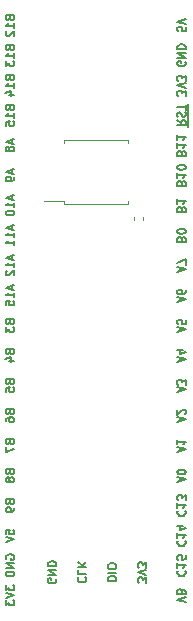
<source format=gbr>
%TF.GenerationSoftware,KiCad,Pcbnew,6.0.11-2627ca5db0~126~ubuntu20.04.1*%
%TF.CreationDate,2023-02-28T16:59:55+07:00*%
%TF.ProjectId,Bluepill-USB-C,426c7565-7069-46c6-9c2d-5553422d432e,rev?*%
%TF.SameCoordinates,Original*%
%TF.FileFunction,Legend,Bot*%
%TF.FilePolarity,Positive*%
%FSLAX46Y46*%
G04 Gerber Fmt 4.6, Leading zero omitted, Abs format (unit mm)*
G04 Created by KiCad (PCBNEW 6.0.11-2627ca5db0~126~ubuntu20.04.1) date 2023-02-28 16:59:55*
%MOMM*%
%LPD*%
G01*
G04 APERTURE LIST*
%ADD10C,0.150000*%
%ADD11C,0.120000*%
G04 APERTURE END LIST*
D10*
X157233333Y-109730000D02*
X157233333Y-109396666D01*
X157033333Y-109796666D02*
X157733333Y-109563333D01*
X157033333Y-109330000D01*
X157733333Y-109163333D02*
X157733333Y-108730000D01*
X157466666Y-108963333D01*
X157466666Y-108863333D01*
X157433333Y-108796666D01*
X157400000Y-108763333D01*
X157333333Y-108730000D01*
X157166666Y-108730000D01*
X157100000Y-108763333D01*
X157066666Y-108796666D01*
X157033333Y-108863333D01*
X157033333Y-109063333D01*
X157066666Y-109130000D01*
X157100000Y-109163333D01*
X143016666Y-90950000D02*
X143016666Y-91283333D01*
X143216666Y-90883333D02*
X142516666Y-91116666D01*
X143216666Y-91350000D01*
X143216666Y-91616666D02*
X143216666Y-91750000D01*
X143183333Y-91816666D01*
X143150000Y-91850000D01*
X143050000Y-91916666D01*
X142916666Y-91950000D01*
X142650000Y-91950000D01*
X142583333Y-91916666D01*
X142550000Y-91883333D01*
X142516666Y-91816666D01*
X142516666Y-91683333D01*
X142550000Y-91616666D01*
X142583333Y-91583333D01*
X142650000Y-91550000D01*
X142816666Y-91550000D01*
X142883333Y-91583333D01*
X142916666Y-91616666D01*
X142950000Y-91683333D01*
X142950000Y-91816666D01*
X142916666Y-91883333D01*
X142883333Y-91916666D01*
X142816666Y-91950000D01*
X157733333Y-78883333D02*
X157733333Y-79216666D01*
X157400000Y-79250000D01*
X157433333Y-79216666D01*
X157466666Y-79150000D01*
X157466666Y-78983333D01*
X157433333Y-78916666D01*
X157400000Y-78883333D01*
X157333333Y-78850000D01*
X157166666Y-78850000D01*
X157100000Y-78883333D01*
X157066666Y-78916666D01*
X157033333Y-78983333D01*
X157033333Y-79150000D01*
X157066666Y-79216666D01*
X157100000Y-79250000D01*
X157733333Y-78650000D02*
X157033333Y-78416666D01*
X157733333Y-78183333D01*
X148670000Y-125466666D02*
X148636666Y-125500000D01*
X148603333Y-125600000D01*
X148603333Y-125666666D01*
X148636666Y-125766666D01*
X148703333Y-125833333D01*
X148770000Y-125866666D01*
X148903333Y-125900000D01*
X149003333Y-125900000D01*
X149136666Y-125866666D01*
X149203333Y-125833333D01*
X149270000Y-125766666D01*
X149303333Y-125666666D01*
X149303333Y-125600000D01*
X149270000Y-125500000D01*
X149236666Y-125466666D01*
X148603333Y-124833333D02*
X148603333Y-125166666D01*
X149303333Y-125166666D01*
X148603333Y-124600000D02*
X149303333Y-124600000D01*
X148603333Y-124200000D02*
X149003333Y-124500000D01*
X149303333Y-124200000D02*
X148903333Y-124600000D01*
X154383333Y-125916666D02*
X154383333Y-125483333D01*
X154116666Y-125716666D01*
X154116666Y-125616666D01*
X154083333Y-125550000D01*
X154050000Y-125516666D01*
X153983333Y-125483333D01*
X153816666Y-125483333D01*
X153750000Y-125516666D01*
X153716666Y-125550000D01*
X153683333Y-125616666D01*
X153683333Y-125816666D01*
X153716666Y-125883333D01*
X153750000Y-125916666D01*
X154383333Y-125283333D02*
X153683333Y-125050000D01*
X154383333Y-124816666D01*
X154383333Y-124650000D02*
X154383333Y-124216666D01*
X154116666Y-124450000D01*
X154116666Y-124350000D01*
X154083333Y-124283333D01*
X154050000Y-124250000D01*
X153983333Y-124216666D01*
X153816666Y-124216666D01*
X153750000Y-124250000D01*
X153716666Y-124283333D01*
X153683333Y-124350000D01*
X153683333Y-124550000D01*
X153716666Y-124616666D01*
X153750000Y-124650000D01*
X142550000Y-123936666D02*
X142516666Y-123870000D01*
X142516666Y-123770000D01*
X142550000Y-123670000D01*
X142616666Y-123603333D01*
X142683333Y-123570000D01*
X142816666Y-123536666D01*
X142916666Y-123536666D01*
X143050000Y-123570000D01*
X143116666Y-123603333D01*
X143183333Y-123670000D01*
X143216666Y-123770000D01*
X143216666Y-123836666D01*
X143183333Y-123936666D01*
X143150000Y-123970000D01*
X142916666Y-123970000D01*
X142916666Y-123836666D01*
X143216666Y-124270000D02*
X142516666Y-124270000D01*
X143216666Y-124670000D01*
X142516666Y-124670000D01*
X143216666Y-125003333D02*
X142516666Y-125003333D01*
X142516666Y-125170000D01*
X142550000Y-125270000D01*
X142616666Y-125336666D01*
X142683333Y-125370000D01*
X142816666Y-125403333D01*
X142916666Y-125403333D01*
X143050000Y-125370000D01*
X143116666Y-125336666D01*
X143183333Y-125270000D01*
X143216666Y-125170000D01*
X143216666Y-125003333D01*
X157400000Y-89526666D02*
X157366666Y-89426666D01*
X157333333Y-89393333D01*
X157266666Y-89360000D01*
X157166666Y-89360000D01*
X157100000Y-89393333D01*
X157066666Y-89426666D01*
X157033333Y-89493333D01*
X157033333Y-89760000D01*
X157733333Y-89760000D01*
X157733333Y-89526666D01*
X157700000Y-89460000D01*
X157666666Y-89426666D01*
X157600000Y-89393333D01*
X157533333Y-89393333D01*
X157466666Y-89426666D01*
X157433333Y-89460000D01*
X157400000Y-89526666D01*
X157400000Y-89760000D01*
X157033333Y-88693333D02*
X157033333Y-89093333D01*
X157033333Y-88893333D02*
X157733333Y-88893333D01*
X157633333Y-88960000D01*
X157566666Y-89026666D01*
X157533333Y-89093333D01*
X157033333Y-88026666D02*
X157033333Y-88426666D01*
X157033333Y-88226666D02*
X157733333Y-88226666D01*
X157633333Y-88293333D01*
X157566666Y-88360000D01*
X157533333Y-88426666D01*
X146730000Y-125583333D02*
X146763333Y-125650000D01*
X146763333Y-125750000D01*
X146730000Y-125850000D01*
X146663333Y-125916666D01*
X146596666Y-125950000D01*
X146463333Y-125983333D01*
X146363333Y-125983333D01*
X146230000Y-125950000D01*
X146163333Y-125916666D01*
X146096666Y-125850000D01*
X146063333Y-125750000D01*
X146063333Y-125683333D01*
X146096666Y-125583333D01*
X146130000Y-125550000D01*
X146363333Y-125550000D01*
X146363333Y-125683333D01*
X146063333Y-125250000D02*
X146763333Y-125250000D01*
X146063333Y-124850000D01*
X146763333Y-124850000D01*
X146063333Y-124516666D02*
X146763333Y-124516666D01*
X146763333Y-124350000D01*
X146730000Y-124250000D01*
X146663333Y-124183333D01*
X146596666Y-124150000D01*
X146463333Y-124116666D01*
X146363333Y-124116666D01*
X146230000Y-124150000D01*
X146163333Y-124183333D01*
X146096666Y-124250000D01*
X146063333Y-124350000D01*
X146063333Y-124516666D01*
X157233333Y-104650000D02*
X157233333Y-104316666D01*
X157033333Y-104716666D02*
X157733333Y-104483333D01*
X157033333Y-104250000D01*
X157733333Y-103683333D02*
X157733333Y-104016666D01*
X157400000Y-104050000D01*
X157433333Y-104016666D01*
X157466666Y-103950000D01*
X157466666Y-103783333D01*
X157433333Y-103716666D01*
X157400000Y-103683333D01*
X157333333Y-103650000D01*
X157166666Y-103650000D01*
X157100000Y-103683333D01*
X157066666Y-103716666D01*
X157033333Y-103783333D01*
X157033333Y-103950000D01*
X157066666Y-104016666D01*
X157100000Y-104050000D01*
X143016666Y-88410000D02*
X143016666Y-88743333D01*
X143216666Y-88343333D02*
X142516666Y-88576666D01*
X143216666Y-88810000D01*
X142816666Y-89143333D02*
X142783333Y-89076666D01*
X142750000Y-89043333D01*
X142683333Y-89010000D01*
X142650000Y-89010000D01*
X142583333Y-89043333D01*
X142550000Y-89076666D01*
X142516666Y-89143333D01*
X142516666Y-89276666D01*
X142550000Y-89343333D01*
X142583333Y-89376666D01*
X142650000Y-89410000D01*
X142683333Y-89410000D01*
X142750000Y-89376666D01*
X142783333Y-89343333D01*
X142816666Y-89276666D01*
X142816666Y-89143333D01*
X142850000Y-89076666D01*
X142883333Y-89043333D01*
X142950000Y-89010000D01*
X143083333Y-89010000D01*
X143150000Y-89043333D01*
X143183333Y-89076666D01*
X143216666Y-89143333D01*
X143216666Y-89276666D01*
X143183333Y-89343333D01*
X143150000Y-89376666D01*
X143083333Y-89410000D01*
X142950000Y-89410000D01*
X142883333Y-89376666D01*
X142850000Y-89343333D01*
X142816666Y-89276666D01*
X157100000Y-119840000D02*
X157066666Y-119873333D01*
X157033333Y-119973333D01*
X157033333Y-120040000D01*
X157066666Y-120140000D01*
X157133333Y-120206666D01*
X157200000Y-120240000D01*
X157333333Y-120273333D01*
X157433333Y-120273333D01*
X157566666Y-120240000D01*
X157633333Y-120206666D01*
X157700000Y-120140000D01*
X157733333Y-120040000D01*
X157733333Y-119973333D01*
X157700000Y-119873333D01*
X157666666Y-119840000D01*
X157033333Y-119173333D02*
X157033333Y-119573333D01*
X157033333Y-119373333D02*
X157733333Y-119373333D01*
X157633333Y-119440000D01*
X157566666Y-119506666D01*
X157533333Y-119573333D01*
X157733333Y-118940000D02*
X157733333Y-118506666D01*
X157466666Y-118740000D01*
X157466666Y-118640000D01*
X157433333Y-118573333D01*
X157400000Y-118540000D01*
X157333333Y-118506666D01*
X157166666Y-118506666D01*
X157100000Y-118540000D01*
X157066666Y-118573333D01*
X157033333Y-118640000D01*
X157033333Y-118840000D01*
X157066666Y-118906666D01*
X157100000Y-118940000D01*
X157233333Y-117350000D02*
X157233333Y-117016666D01*
X157033333Y-117416666D02*
X157733333Y-117183333D01*
X157033333Y-116950000D01*
X157733333Y-116583333D02*
X157733333Y-116516666D01*
X157700000Y-116450000D01*
X157666666Y-116416666D01*
X157600000Y-116383333D01*
X157466666Y-116350000D01*
X157300000Y-116350000D01*
X157166666Y-116383333D01*
X157100000Y-116416666D01*
X157066666Y-116450000D01*
X157033333Y-116516666D01*
X157033333Y-116583333D01*
X157066666Y-116650000D01*
X157100000Y-116683333D01*
X157166666Y-116716666D01*
X157300000Y-116750000D01*
X157466666Y-116750000D01*
X157600000Y-116716666D01*
X157666666Y-116683333D01*
X157700000Y-116650000D01*
X157733333Y-116583333D01*
X142850000Y-78133333D02*
X142883333Y-78233333D01*
X142916666Y-78266666D01*
X142983333Y-78300000D01*
X143083333Y-78300000D01*
X143150000Y-78266666D01*
X143183333Y-78233333D01*
X143216666Y-78166666D01*
X143216666Y-77900000D01*
X142516666Y-77900000D01*
X142516666Y-78133333D01*
X142550000Y-78200000D01*
X142583333Y-78233333D01*
X142650000Y-78266666D01*
X142716666Y-78266666D01*
X142783333Y-78233333D01*
X142816666Y-78200000D01*
X142850000Y-78133333D01*
X142850000Y-77900000D01*
X143216666Y-78966666D02*
X143216666Y-78566666D01*
X143216666Y-78766666D02*
X142516666Y-78766666D01*
X142616666Y-78700000D01*
X142683333Y-78633333D01*
X142716666Y-78566666D01*
X142583333Y-79233333D02*
X142550000Y-79266666D01*
X142516666Y-79333333D01*
X142516666Y-79500000D01*
X142550000Y-79566666D01*
X142583333Y-79600000D01*
X142650000Y-79633333D01*
X142716666Y-79633333D01*
X142816666Y-79600000D01*
X143216666Y-79200000D01*
X143216666Y-79633333D01*
X157400000Y-92066666D02*
X157366666Y-91966666D01*
X157333333Y-91933333D01*
X157266666Y-91900000D01*
X157166666Y-91900000D01*
X157100000Y-91933333D01*
X157066666Y-91966666D01*
X157033333Y-92033333D01*
X157033333Y-92300000D01*
X157733333Y-92300000D01*
X157733333Y-92066666D01*
X157700000Y-92000000D01*
X157666666Y-91966666D01*
X157600000Y-91933333D01*
X157533333Y-91933333D01*
X157466666Y-91966666D01*
X157433333Y-92000000D01*
X157400000Y-92066666D01*
X157400000Y-92300000D01*
X157033333Y-91233333D02*
X157033333Y-91633333D01*
X157033333Y-91433333D02*
X157733333Y-91433333D01*
X157633333Y-91500000D01*
X157566666Y-91566666D01*
X157533333Y-91633333D01*
X157733333Y-90800000D02*
X157733333Y-90733333D01*
X157700000Y-90666666D01*
X157666666Y-90633333D01*
X157600000Y-90600000D01*
X157466666Y-90566666D01*
X157300000Y-90566666D01*
X157166666Y-90600000D01*
X157100000Y-90633333D01*
X157066666Y-90666666D01*
X157033333Y-90733333D01*
X157033333Y-90800000D01*
X157066666Y-90866666D01*
X157100000Y-90900000D01*
X157166666Y-90933333D01*
X157300000Y-90966666D01*
X157466666Y-90966666D01*
X157600000Y-90933333D01*
X157666666Y-90900000D01*
X157700000Y-90866666D01*
X157733333Y-90800000D01*
X143016666Y-95696666D02*
X143016666Y-96030000D01*
X143216666Y-95630000D02*
X142516666Y-95863333D01*
X143216666Y-96096666D01*
X143216666Y-96696666D02*
X143216666Y-96296666D01*
X143216666Y-96496666D02*
X142516666Y-96496666D01*
X142616666Y-96430000D01*
X142683333Y-96363333D01*
X142716666Y-96296666D01*
X143216666Y-97363333D02*
X143216666Y-96963333D01*
X143216666Y-97163333D02*
X142516666Y-97163333D01*
X142616666Y-97096666D01*
X142683333Y-97030000D01*
X142716666Y-96963333D01*
X151143333Y-125766666D02*
X151843333Y-125766666D01*
X151843333Y-125600000D01*
X151810000Y-125500000D01*
X151743333Y-125433333D01*
X151676666Y-125400000D01*
X151543333Y-125366666D01*
X151443333Y-125366666D01*
X151310000Y-125400000D01*
X151243333Y-125433333D01*
X151176666Y-125500000D01*
X151143333Y-125600000D01*
X151143333Y-125766666D01*
X151143333Y-125066666D02*
X151843333Y-125066666D01*
X151843333Y-124600000D02*
X151843333Y-124466666D01*
X151810000Y-124400000D01*
X151743333Y-124333333D01*
X151610000Y-124300000D01*
X151376666Y-124300000D01*
X151243333Y-124333333D01*
X151176666Y-124400000D01*
X151143333Y-124466666D01*
X151143333Y-124600000D01*
X151176666Y-124666666D01*
X151243333Y-124733333D01*
X151376666Y-124766666D01*
X151610000Y-124766666D01*
X151743333Y-124733333D01*
X151810000Y-124666666D01*
X151843333Y-124600000D01*
X143016666Y-98236666D02*
X143016666Y-98570000D01*
X143216666Y-98170000D02*
X142516666Y-98403333D01*
X143216666Y-98636666D01*
X143216666Y-99236666D02*
X143216666Y-98836666D01*
X143216666Y-99036666D02*
X142516666Y-99036666D01*
X142616666Y-98970000D01*
X142683333Y-98903333D01*
X142716666Y-98836666D01*
X142583333Y-99503333D02*
X142550000Y-99536666D01*
X142516666Y-99603333D01*
X142516666Y-99770000D01*
X142550000Y-99836666D01*
X142583333Y-99870000D01*
X142650000Y-99903333D01*
X142716666Y-99903333D01*
X142816666Y-99870000D01*
X143216666Y-99470000D01*
X143216666Y-99903333D01*
X142850000Y-108946666D02*
X142883333Y-109046666D01*
X142916666Y-109080000D01*
X142983333Y-109113333D01*
X143083333Y-109113333D01*
X143150000Y-109080000D01*
X143183333Y-109046666D01*
X143216666Y-108980000D01*
X143216666Y-108713333D01*
X142516666Y-108713333D01*
X142516666Y-108946666D01*
X142550000Y-109013333D01*
X142583333Y-109046666D01*
X142650000Y-109080000D01*
X142716666Y-109080000D01*
X142783333Y-109046666D01*
X142816666Y-109013333D01*
X142850000Y-108946666D01*
X142850000Y-108713333D01*
X142516666Y-109746666D02*
X142516666Y-109413333D01*
X142850000Y-109380000D01*
X142816666Y-109413333D01*
X142783333Y-109480000D01*
X142783333Y-109646666D01*
X142816666Y-109713333D01*
X142850000Y-109746666D01*
X142916666Y-109780000D01*
X143083333Y-109780000D01*
X143150000Y-109746666D01*
X143183333Y-109713333D01*
X143216666Y-109646666D01*
X143216666Y-109480000D01*
X143183333Y-109413333D01*
X143150000Y-109380000D01*
X142850000Y-111486666D02*
X142883333Y-111586666D01*
X142916666Y-111620000D01*
X142983333Y-111653333D01*
X143083333Y-111653333D01*
X143150000Y-111620000D01*
X143183333Y-111586666D01*
X143216666Y-111520000D01*
X143216666Y-111253333D01*
X142516666Y-111253333D01*
X142516666Y-111486666D01*
X142550000Y-111553333D01*
X142583333Y-111586666D01*
X142650000Y-111620000D01*
X142716666Y-111620000D01*
X142783333Y-111586666D01*
X142816666Y-111553333D01*
X142850000Y-111486666D01*
X142850000Y-111253333D01*
X142516666Y-112253333D02*
X142516666Y-112120000D01*
X142550000Y-112053333D01*
X142583333Y-112020000D01*
X142683333Y-111953333D01*
X142816666Y-111920000D01*
X143083333Y-111920000D01*
X143150000Y-111953333D01*
X143183333Y-111986666D01*
X143216666Y-112053333D01*
X143216666Y-112186666D01*
X143183333Y-112253333D01*
X143150000Y-112286666D01*
X143083333Y-112320000D01*
X142916666Y-112320000D01*
X142850000Y-112286666D01*
X142816666Y-112253333D01*
X142783333Y-112186666D01*
X142783333Y-112053333D01*
X142816666Y-111986666D01*
X142850000Y-111953333D01*
X142916666Y-111920000D01*
X157733333Y-84696666D02*
X157733333Y-84263333D01*
X157466666Y-84496666D01*
X157466666Y-84396666D01*
X157433333Y-84330000D01*
X157400000Y-84296666D01*
X157333333Y-84263333D01*
X157166666Y-84263333D01*
X157100000Y-84296666D01*
X157066666Y-84330000D01*
X157033333Y-84396666D01*
X157033333Y-84596666D01*
X157066666Y-84663333D01*
X157100000Y-84696666D01*
X157733333Y-84063333D02*
X157033333Y-83830000D01*
X157733333Y-83596666D01*
X157733333Y-83430000D02*
X157733333Y-82996666D01*
X157466666Y-83230000D01*
X157466666Y-83130000D01*
X157433333Y-83063333D01*
X157400000Y-83030000D01*
X157333333Y-82996666D01*
X157166666Y-82996666D01*
X157100000Y-83030000D01*
X157066666Y-83063333D01*
X157033333Y-83130000D01*
X157033333Y-83330000D01*
X157066666Y-83396666D01*
X157100000Y-83430000D01*
X157233333Y-107190000D02*
X157233333Y-106856666D01*
X157033333Y-107256666D02*
X157733333Y-107023333D01*
X157033333Y-106790000D01*
X157500000Y-106256666D02*
X157033333Y-106256666D01*
X157766666Y-106423333D02*
X157266666Y-106590000D01*
X157266666Y-106156666D01*
X142516666Y-126143333D02*
X142516666Y-126576666D01*
X142783333Y-126343333D01*
X142783333Y-126443333D01*
X142816666Y-126510000D01*
X142850000Y-126543333D01*
X142916666Y-126576666D01*
X143083333Y-126576666D01*
X143150000Y-126543333D01*
X143183333Y-126510000D01*
X143216666Y-126443333D01*
X143216666Y-126243333D01*
X143183333Y-126176666D01*
X143150000Y-126143333D01*
X142516666Y-126776666D02*
X143216666Y-127010000D01*
X142516666Y-127243333D01*
X142516666Y-127410000D02*
X142516666Y-127843333D01*
X142783333Y-127610000D01*
X142783333Y-127710000D01*
X142816666Y-127776666D01*
X142850000Y-127810000D01*
X142916666Y-127843333D01*
X143083333Y-127843333D01*
X143150000Y-127810000D01*
X143183333Y-127776666D01*
X143216666Y-127710000D01*
X143216666Y-127510000D01*
X143183333Y-127443333D01*
X143150000Y-127410000D01*
X143016666Y-93156666D02*
X143016666Y-93490000D01*
X143216666Y-93090000D02*
X142516666Y-93323333D01*
X143216666Y-93556666D01*
X143216666Y-94156666D02*
X143216666Y-93756666D01*
X143216666Y-93956666D02*
X142516666Y-93956666D01*
X142616666Y-93890000D01*
X142683333Y-93823333D01*
X142716666Y-93756666D01*
X142516666Y-94590000D02*
X142516666Y-94656666D01*
X142550000Y-94723333D01*
X142583333Y-94756666D01*
X142650000Y-94790000D01*
X142783333Y-94823333D01*
X142950000Y-94823333D01*
X143083333Y-94790000D01*
X143150000Y-94756666D01*
X143183333Y-94723333D01*
X143216666Y-94656666D01*
X143216666Y-94590000D01*
X143183333Y-94523333D01*
X143150000Y-94490000D01*
X143083333Y-94456666D01*
X142950000Y-94423333D01*
X142783333Y-94423333D01*
X142650000Y-94456666D01*
X142583333Y-94490000D01*
X142550000Y-94523333D01*
X142516666Y-94590000D01*
X157233333Y-112270000D02*
X157233333Y-111936666D01*
X157033333Y-112336666D02*
X157733333Y-112103333D01*
X157033333Y-111870000D01*
X157666666Y-111670000D02*
X157700000Y-111636666D01*
X157733333Y-111570000D01*
X157733333Y-111403333D01*
X157700000Y-111336666D01*
X157666666Y-111303333D01*
X157600000Y-111270000D01*
X157533333Y-111270000D01*
X157433333Y-111303333D01*
X157033333Y-111703333D01*
X157033333Y-111270000D01*
X157100000Y-124920000D02*
X157066666Y-124953333D01*
X157033333Y-125053333D01*
X157033333Y-125120000D01*
X157066666Y-125220000D01*
X157133333Y-125286666D01*
X157200000Y-125320000D01*
X157333333Y-125353333D01*
X157433333Y-125353333D01*
X157566666Y-125320000D01*
X157633333Y-125286666D01*
X157700000Y-125220000D01*
X157733333Y-125120000D01*
X157733333Y-125053333D01*
X157700000Y-124953333D01*
X157666666Y-124920000D01*
X157033333Y-124253333D02*
X157033333Y-124653333D01*
X157033333Y-124453333D02*
X157733333Y-124453333D01*
X157633333Y-124520000D01*
X157566666Y-124586666D01*
X157533333Y-124653333D01*
X157733333Y-123620000D02*
X157733333Y-123953333D01*
X157400000Y-123986666D01*
X157433333Y-123953333D01*
X157466666Y-123886666D01*
X157466666Y-123720000D01*
X157433333Y-123653333D01*
X157400000Y-123620000D01*
X157333333Y-123586666D01*
X157166666Y-123586666D01*
X157100000Y-123620000D01*
X157066666Y-123653333D01*
X157033333Y-123720000D01*
X157033333Y-123886666D01*
X157066666Y-123953333D01*
X157100000Y-123986666D01*
X142516666Y-121796666D02*
X142516666Y-121463333D01*
X142850000Y-121430000D01*
X142816666Y-121463333D01*
X142783333Y-121530000D01*
X142783333Y-121696666D01*
X142816666Y-121763333D01*
X142850000Y-121796666D01*
X142916666Y-121830000D01*
X143083333Y-121830000D01*
X143150000Y-121796666D01*
X143183333Y-121763333D01*
X143216666Y-121696666D01*
X143216666Y-121530000D01*
X143183333Y-121463333D01*
X143150000Y-121430000D01*
X142516666Y-122030000D02*
X143216666Y-122263333D01*
X142516666Y-122496666D01*
X142850000Y-85753333D02*
X142883333Y-85853333D01*
X142916666Y-85886666D01*
X142983333Y-85920000D01*
X143083333Y-85920000D01*
X143150000Y-85886666D01*
X143183333Y-85853333D01*
X143216666Y-85786666D01*
X143216666Y-85520000D01*
X142516666Y-85520000D01*
X142516666Y-85753333D01*
X142550000Y-85820000D01*
X142583333Y-85853333D01*
X142650000Y-85886666D01*
X142716666Y-85886666D01*
X142783333Y-85853333D01*
X142816666Y-85820000D01*
X142850000Y-85753333D01*
X142850000Y-85520000D01*
X143216666Y-86586666D02*
X143216666Y-86186666D01*
X143216666Y-86386666D02*
X142516666Y-86386666D01*
X142616666Y-86320000D01*
X142683333Y-86253333D01*
X142716666Y-86186666D01*
X142516666Y-87220000D02*
X142516666Y-86886666D01*
X142850000Y-86853333D01*
X142816666Y-86886666D01*
X142783333Y-86953333D01*
X142783333Y-87120000D01*
X142816666Y-87186666D01*
X142850000Y-87220000D01*
X142916666Y-87253333D01*
X143083333Y-87253333D01*
X143150000Y-87220000D01*
X143183333Y-87186666D01*
X143216666Y-87120000D01*
X143216666Y-86953333D01*
X143183333Y-86886666D01*
X143150000Y-86853333D01*
X157233333Y-102110000D02*
X157233333Y-101776666D01*
X157033333Y-102176666D02*
X157733333Y-101943333D01*
X157033333Y-101710000D01*
X157733333Y-101176666D02*
X157733333Y-101310000D01*
X157700000Y-101376666D01*
X157666666Y-101410000D01*
X157566666Y-101476666D01*
X157433333Y-101510000D01*
X157166666Y-101510000D01*
X157100000Y-101476666D01*
X157066666Y-101443333D01*
X157033333Y-101376666D01*
X157033333Y-101243333D01*
X157066666Y-101176666D01*
X157100000Y-101143333D01*
X157166666Y-101110000D01*
X157333333Y-101110000D01*
X157400000Y-101143333D01*
X157433333Y-101176666D01*
X157466666Y-101243333D01*
X157466666Y-101376666D01*
X157433333Y-101443333D01*
X157400000Y-101476666D01*
X157333333Y-101510000D01*
X157233333Y-99570000D02*
X157233333Y-99236666D01*
X157033333Y-99636666D02*
X157733333Y-99403333D01*
X157033333Y-99170000D01*
X157733333Y-99003333D02*
X157733333Y-98536666D01*
X157033333Y-98836666D01*
X142850000Y-83213333D02*
X142883333Y-83313333D01*
X142916666Y-83346666D01*
X142983333Y-83380000D01*
X143083333Y-83380000D01*
X143150000Y-83346666D01*
X143183333Y-83313333D01*
X143216666Y-83246666D01*
X143216666Y-82980000D01*
X142516666Y-82980000D01*
X142516666Y-83213333D01*
X142550000Y-83280000D01*
X142583333Y-83313333D01*
X142650000Y-83346666D01*
X142716666Y-83346666D01*
X142783333Y-83313333D01*
X142816666Y-83280000D01*
X142850000Y-83213333D01*
X142850000Y-82980000D01*
X143216666Y-84046666D02*
X143216666Y-83646666D01*
X143216666Y-83846666D02*
X142516666Y-83846666D01*
X142616666Y-83780000D01*
X142683333Y-83713333D01*
X142716666Y-83646666D01*
X142750000Y-84646666D02*
X143216666Y-84646666D01*
X142483333Y-84480000D02*
X142983333Y-84313333D01*
X142983333Y-84746666D01*
X157400000Y-94273333D02*
X157366666Y-94173333D01*
X157333333Y-94140000D01*
X157266666Y-94106666D01*
X157166666Y-94106666D01*
X157100000Y-94140000D01*
X157066666Y-94173333D01*
X157033333Y-94240000D01*
X157033333Y-94506666D01*
X157733333Y-94506666D01*
X157733333Y-94273333D01*
X157700000Y-94206666D01*
X157666666Y-94173333D01*
X157600000Y-94140000D01*
X157533333Y-94140000D01*
X157466666Y-94173333D01*
X157433333Y-94206666D01*
X157400000Y-94273333D01*
X157400000Y-94506666D01*
X157033333Y-93440000D02*
X157033333Y-93840000D01*
X157033333Y-93640000D02*
X157733333Y-93640000D01*
X157633333Y-93706666D01*
X157566666Y-93773333D01*
X157533333Y-93840000D01*
X142850000Y-80673333D02*
X142883333Y-80773333D01*
X142916666Y-80806666D01*
X142983333Y-80840000D01*
X143083333Y-80840000D01*
X143150000Y-80806666D01*
X143183333Y-80773333D01*
X143216666Y-80706666D01*
X143216666Y-80440000D01*
X142516666Y-80440000D01*
X142516666Y-80673333D01*
X142550000Y-80740000D01*
X142583333Y-80773333D01*
X142650000Y-80806666D01*
X142716666Y-80806666D01*
X142783333Y-80773333D01*
X142816666Y-80740000D01*
X142850000Y-80673333D01*
X142850000Y-80440000D01*
X143216666Y-81506666D02*
X143216666Y-81106666D01*
X143216666Y-81306666D02*
X142516666Y-81306666D01*
X142616666Y-81240000D01*
X142683333Y-81173333D01*
X142716666Y-81106666D01*
X142516666Y-81740000D02*
X142516666Y-82173333D01*
X142783333Y-81940000D01*
X142783333Y-82040000D01*
X142816666Y-82106666D01*
X142850000Y-82140000D01*
X142916666Y-82173333D01*
X143083333Y-82173333D01*
X143150000Y-82140000D01*
X143183333Y-82106666D01*
X143216666Y-82040000D01*
X143216666Y-81840000D01*
X143183333Y-81773333D01*
X143150000Y-81740000D01*
X157400000Y-96813333D02*
X157366666Y-96713333D01*
X157333333Y-96680000D01*
X157266666Y-96646666D01*
X157166666Y-96646666D01*
X157100000Y-96680000D01*
X157066666Y-96713333D01*
X157033333Y-96780000D01*
X157033333Y-97046666D01*
X157733333Y-97046666D01*
X157733333Y-96813333D01*
X157700000Y-96746666D01*
X157666666Y-96713333D01*
X157600000Y-96680000D01*
X157533333Y-96680000D01*
X157466666Y-96713333D01*
X157433333Y-96746666D01*
X157400000Y-96813333D01*
X157400000Y-97046666D01*
X157733333Y-96213333D02*
X157733333Y-96146666D01*
X157700000Y-96080000D01*
X157666666Y-96046666D01*
X157600000Y-96013333D01*
X157466666Y-95980000D01*
X157300000Y-95980000D01*
X157166666Y-96013333D01*
X157100000Y-96046666D01*
X157066666Y-96080000D01*
X157033333Y-96146666D01*
X157033333Y-96213333D01*
X157066666Y-96280000D01*
X157100000Y-96313333D01*
X157166666Y-96346666D01*
X157300000Y-96380000D01*
X157466666Y-96380000D01*
X157600000Y-96346666D01*
X157666666Y-96313333D01*
X157700000Y-96280000D01*
X157733333Y-96213333D01*
X142850000Y-103866666D02*
X142883333Y-103966666D01*
X142916666Y-104000000D01*
X142983333Y-104033333D01*
X143083333Y-104033333D01*
X143150000Y-104000000D01*
X143183333Y-103966666D01*
X143216666Y-103900000D01*
X143216666Y-103633333D01*
X142516666Y-103633333D01*
X142516666Y-103866666D01*
X142550000Y-103933333D01*
X142583333Y-103966666D01*
X142650000Y-104000000D01*
X142716666Y-104000000D01*
X142783333Y-103966666D01*
X142816666Y-103933333D01*
X142850000Y-103866666D01*
X142850000Y-103633333D01*
X142516666Y-104266666D02*
X142516666Y-104700000D01*
X142783333Y-104466666D01*
X142783333Y-104566666D01*
X142816666Y-104633333D01*
X142850000Y-104666666D01*
X142916666Y-104700000D01*
X143083333Y-104700000D01*
X143150000Y-104666666D01*
X143183333Y-104633333D01*
X143216666Y-104566666D01*
X143216666Y-104366666D01*
X143183333Y-104300000D01*
X143150000Y-104266666D01*
X142850000Y-116566666D02*
X142883333Y-116666666D01*
X142916666Y-116700000D01*
X142983333Y-116733333D01*
X143083333Y-116733333D01*
X143150000Y-116700000D01*
X143183333Y-116666666D01*
X143216666Y-116600000D01*
X143216666Y-116333333D01*
X142516666Y-116333333D01*
X142516666Y-116566666D01*
X142550000Y-116633333D01*
X142583333Y-116666666D01*
X142650000Y-116700000D01*
X142716666Y-116700000D01*
X142783333Y-116666666D01*
X142816666Y-116633333D01*
X142850000Y-116566666D01*
X142850000Y-116333333D01*
X142816666Y-117133333D02*
X142783333Y-117066666D01*
X142750000Y-117033333D01*
X142683333Y-117000000D01*
X142650000Y-117000000D01*
X142583333Y-117033333D01*
X142550000Y-117066666D01*
X142516666Y-117133333D01*
X142516666Y-117266666D01*
X142550000Y-117333333D01*
X142583333Y-117366666D01*
X142650000Y-117400000D01*
X142683333Y-117400000D01*
X142750000Y-117366666D01*
X142783333Y-117333333D01*
X142816666Y-117266666D01*
X142816666Y-117133333D01*
X142850000Y-117066666D01*
X142883333Y-117033333D01*
X142950000Y-117000000D01*
X143083333Y-117000000D01*
X143150000Y-117033333D01*
X143183333Y-117066666D01*
X143216666Y-117133333D01*
X143216666Y-117266666D01*
X143183333Y-117333333D01*
X143150000Y-117366666D01*
X143083333Y-117400000D01*
X142950000Y-117400000D01*
X142883333Y-117366666D01*
X142850000Y-117333333D01*
X142816666Y-117266666D01*
X142850000Y-114026666D02*
X142883333Y-114126666D01*
X142916666Y-114160000D01*
X142983333Y-114193333D01*
X143083333Y-114193333D01*
X143150000Y-114160000D01*
X143183333Y-114126666D01*
X143216666Y-114060000D01*
X143216666Y-113793333D01*
X142516666Y-113793333D01*
X142516666Y-114026666D01*
X142550000Y-114093333D01*
X142583333Y-114126666D01*
X142650000Y-114160000D01*
X142716666Y-114160000D01*
X142783333Y-114126666D01*
X142816666Y-114093333D01*
X142850000Y-114026666D01*
X142850000Y-113793333D01*
X142516666Y-114426666D02*
X142516666Y-114893333D01*
X143216666Y-114593333D01*
X157733333Y-127593333D02*
X157033333Y-127360000D01*
X157733333Y-127126666D01*
X157400000Y-126660000D02*
X157366666Y-126560000D01*
X157333333Y-126526666D01*
X157266666Y-126493333D01*
X157166666Y-126493333D01*
X157100000Y-126526666D01*
X157066666Y-126560000D01*
X157033333Y-126626666D01*
X157033333Y-126893333D01*
X157733333Y-126893333D01*
X157733333Y-126660000D01*
X157700000Y-126593333D01*
X157666666Y-126560000D01*
X157600000Y-126526666D01*
X157533333Y-126526666D01*
X157466666Y-126560000D01*
X157433333Y-126593333D01*
X157400000Y-126660000D01*
X157400000Y-126893333D01*
X143016666Y-100776666D02*
X143016666Y-101110000D01*
X143216666Y-100710000D02*
X142516666Y-100943333D01*
X143216666Y-101176666D01*
X143216666Y-101776666D02*
X143216666Y-101376666D01*
X143216666Y-101576666D02*
X142516666Y-101576666D01*
X142616666Y-101510000D01*
X142683333Y-101443333D01*
X142716666Y-101376666D01*
X142516666Y-102410000D02*
X142516666Y-102076666D01*
X142850000Y-102043333D01*
X142816666Y-102076666D01*
X142783333Y-102143333D01*
X142783333Y-102310000D01*
X142816666Y-102376666D01*
X142850000Y-102410000D01*
X142916666Y-102443333D01*
X143083333Y-102443333D01*
X143150000Y-102410000D01*
X143183333Y-102376666D01*
X143216666Y-102310000D01*
X143216666Y-102143333D01*
X143183333Y-102076666D01*
X143150000Y-102043333D01*
X157100000Y-122380000D02*
X157066666Y-122413333D01*
X157033333Y-122513333D01*
X157033333Y-122580000D01*
X157066666Y-122680000D01*
X157133333Y-122746666D01*
X157200000Y-122780000D01*
X157333333Y-122813333D01*
X157433333Y-122813333D01*
X157566666Y-122780000D01*
X157633333Y-122746666D01*
X157700000Y-122680000D01*
X157733333Y-122580000D01*
X157733333Y-122513333D01*
X157700000Y-122413333D01*
X157666666Y-122380000D01*
X157033333Y-121713333D02*
X157033333Y-122113333D01*
X157033333Y-121913333D02*
X157733333Y-121913333D01*
X157633333Y-121980000D01*
X157566666Y-122046666D01*
X157533333Y-122113333D01*
X157500000Y-121113333D02*
X157033333Y-121113333D01*
X157766666Y-121280000D02*
X157266666Y-121446666D01*
X157266666Y-121013333D01*
X157931000Y-87320000D02*
X157931000Y-86620000D01*
X157033333Y-86753333D02*
X157366666Y-86986666D01*
X157033333Y-87153333D02*
X157733333Y-87153333D01*
X157733333Y-86886666D01*
X157700000Y-86820000D01*
X157666666Y-86786666D01*
X157600000Y-86753333D01*
X157500000Y-86753333D01*
X157433333Y-86786666D01*
X157400000Y-86820000D01*
X157366666Y-86886666D01*
X157366666Y-87153333D01*
X157931000Y-86620000D02*
X157931000Y-85953333D01*
X157066666Y-86486666D02*
X157033333Y-86386666D01*
X157033333Y-86220000D01*
X157066666Y-86153333D01*
X157100000Y-86120000D01*
X157166666Y-86086666D01*
X157233333Y-86086666D01*
X157300000Y-86120000D01*
X157333333Y-86153333D01*
X157366666Y-86220000D01*
X157400000Y-86353333D01*
X157433333Y-86420000D01*
X157466666Y-86453333D01*
X157533333Y-86486666D01*
X157600000Y-86486666D01*
X157666666Y-86453333D01*
X157700000Y-86420000D01*
X157733333Y-86353333D01*
X157733333Y-86186666D01*
X157700000Y-86086666D01*
X157931000Y-85953333D02*
X157931000Y-85420000D01*
X157733333Y-85886666D02*
X157733333Y-85486666D01*
X157033333Y-85686666D02*
X157733333Y-85686666D01*
X157233333Y-114810000D02*
X157233333Y-114476666D01*
X157033333Y-114876666D02*
X157733333Y-114643333D01*
X157033333Y-114410000D01*
X157033333Y-113810000D02*
X157033333Y-114210000D01*
X157033333Y-114010000D02*
X157733333Y-114010000D01*
X157633333Y-114076666D01*
X157566666Y-114143333D01*
X157533333Y-114210000D01*
X157700000Y-81823333D02*
X157733333Y-81890000D01*
X157733333Y-81990000D01*
X157700000Y-82090000D01*
X157633333Y-82156666D01*
X157566666Y-82190000D01*
X157433333Y-82223333D01*
X157333333Y-82223333D01*
X157200000Y-82190000D01*
X157133333Y-82156666D01*
X157066666Y-82090000D01*
X157033333Y-81990000D01*
X157033333Y-81923333D01*
X157066666Y-81823333D01*
X157100000Y-81790000D01*
X157333333Y-81790000D01*
X157333333Y-81923333D01*
X157033333Y-81490000D02*
X157733333Y-81490000D01*
X157033333Y-81090000D01*
X157733333Y-81090000D01*
X157033333Y-80756666D02*
X157733333Y-80756666D01*
X157733333Y-80590000D01*
X157700000Y-80490000D01*
X157633333Y-80423333D01*
X157566666Y-80390000D01*
X157433333Y-80356666D01*
X157333333Y-80356666D01*
X157200000Y-80390000D01*
X157133333Y-80423333D01*
X157066666Y-80490000D01*
X157033333Y-80590000D01*
X157033333Y-80756666D01*
X142850000Y-106406666D02*
X142883333Y-106506666D01*
X142916666Y-106540000D01*
X142983333Y-106573333D01*
X143083333Y-106573333D01*
X143150000Y-106540000D01*
X143183333Y-106506666D01*
X143216666Y-106440000D01*
X143216666Y-106173333D01*
X142516666Y-106173333D01*
X142516666Y-106406666D01*
X142550000Y-106473333D01*
X142583333Y-106506666D01*
X142650000Y-106540000D01*
X142716666Y-106540000D01*
X142783333Y-106506666D01*
X142816666Y-106473333D01*
X142850000Y-106406666D01*
X142850000Y-106173333D01*
X142750000Y-107173333D02*
X143216666Y-107173333D01*
X142483333Y-107006666D02*
X142983333Y-106840000D01*
X142983333Y-107273333D01*
X142850000Y-119106666D02*
X142883333Y-119206666D01*
X142916666Y-119240000D01*
X142983333Y-119273333D01*
X143083333Y-119273333D01*
X143150000Y-119240000D01*
X143183333Y-119206666D01*
X143216666Y-119140000D01*
X143216666Y-118873333D01*
X142516666Y-118873333D01*
X142516666Y-119106666D01*
X142550000Y-119173333D01*
X142583333Y-119206666D01*
X142650000Y-119240000D01*
X142716666Y-119240000D01*
X142783333Y-119206666D01*
X142816666Y-119173333D01*
X142850000Y-119106666D01*
X142850000Y-118873333D01*
X143216666Y-119606666D02*
X143216666Y-119740000D01*
X143183333Y-119806666D01*
X143150000Y-119840000D01*
X143050000Y-119906666D01*
X142916666Y-119940000D01*
X142650000Y-119940000D01*
X142583333Y-119906666D01*
X142550000Y-119873333D01*
X142516666Y-119806666D01*
X142516666Y-119673333D01*
X142550000Y-119606666D01*
X142583333Y-119573333D01*
X142650000Y-119540000D01*
X142816666Y-119540000D01*
X142883333Y-119573333D01*
X142916666Y-119606666D01*
X142950000Y-119673333D01*
X142950000Y-119806666D01*
X142916666Y-119873333D01*
X142883333Y-119906666D01*
X142816666Y-119940000D01*
D11*
%TO.C,C8*%
X154110000Y-95207836D02*
X154110000Y-94992164D01*
X153390000Y-95207836D02*
X153390000Y-94992164D01*
%TO.C,U2*%
X150150000Y-88425000D02*
X152875000Y-88425000D01*
X152875000Y-93875000D02*
X152875000Y-93615000D01*
X147425000Y-93875000D02*
X147425000Y-93615000D01*
X147425000Y-88425000D02*
X147425000Y-88685000D01*
X152875000Y-88425000D02*
X152875000Y-88685000D01*
X150150000Y-88425000D02*
X147425000Y-88425000D01*
X150150000Y-93875000D02*
X152875000Y-93875000D01*
X147425000Y-93615000D02*
X145750000Y-93615000D01*
X150150000Y-93875000D02*
X147425000Y-93875000D01*
%TD*%
M02*

</source>
